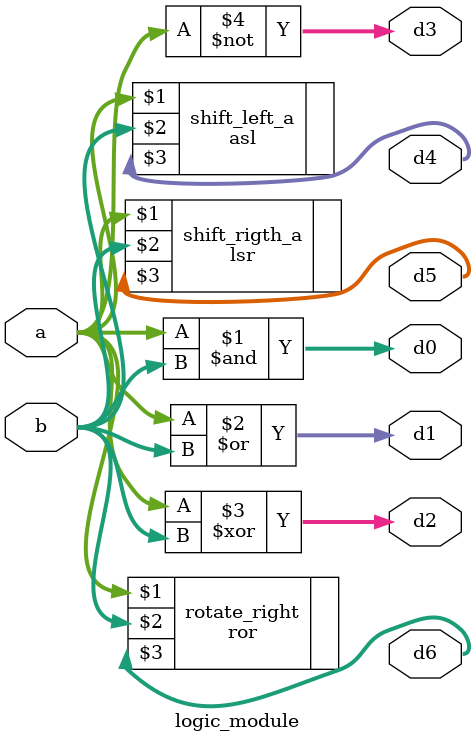
<source format=sv>
module logic_module
	#(parameter N = 4)
	(input logic [N - 1 : 0] a, b, output logic [N : 1 - 0] d0, d1, d2, d3, d4, d5, d6);
	
	assign d0 = a & b;
	assign d1 = a | b;
	assign d2 = a ^ b;
	assign d3 = ~a;
	
	asl #(N) shift_left_a (a, b, d4);
	lsr #(N) shift_rigth_a (a, b, d5);
	ror #(N) rotate_right(a, b, d6);
	
	
endmodule

</source>
